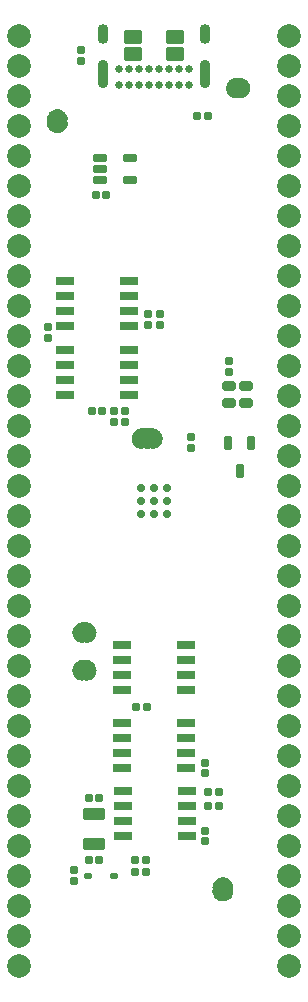
<source format=gbs>
G04*
G04 #@! TF.GenerationSoftware,Altium Limited,Altium Designer,25.4.2 (15)*
G04*
G04 Layer_Color=16711935*
%FSLAX44Y44*%
%MOMM*%
G71*
G04*
G04 #@! TF.SameCoordinates,8C631885-24FB-4105-B1F4-A81627B1BDD2*
G04*
G04*
G04 #@! TF.FilePolarity,Negative*
G04*
G01*
G75*
G04:AMPARAMS|DCode=33|XSize=0.87mm|YSize=1.14mm|CornerRadius=0.165mm|HoleSize=0mm|Usage=FLASHONLY|Rotation=90.000|XOffset=0mm|YOffset=0mm|HoleType=Round|Shape=RoundedRectangle|*
%AMROUNDEDRECTD33*
21,1,0.8700,0.8100,0,0,90.0*
21,1,0.5400,1.1400,0,0,90.0*
1,1,0.3300,0.4050,0.2700*
1,1,0.3300,0.4050,-0.2700*
1,1,0.3300,-0.4050,-0.2700*
1,1,0.3300,-0.4050,0.2700*
%
%ADD33ROUNDEDRECTD33*%
G04:AMPARAMS|DCode=40|XSize=0.7mm|YSize=0.75mm|CornerRadius=0.1438mm|HoleSize=0mm|Usage=FLASHONLY|Rotation=270.000|XOffset=0mm|YOffset=0mm|HoleType=Round|Shape=RoundedRectangle|*
%AMROUNDEDRECTD40*
21,1,0.7000,0.4625,0,0,270.0*
21,1,0.4125,0.7500,0,0,270.0*
1,1,0.2875,-0.2313,-0.2063*
1,1,0.2875,-0.2313,0.2063*
1,1,0.2875,0.2313,0.2063*
1,1,0.2875,0.2313,-0.2063*
%
%ADD40ROUNDEDRECTD40*%
G04:AMPARAMS|DCode=41|XSize=0.7mm|YSize=0.75mm|CornerRadius=0.1438mm|HoleSize=0mm|Usage=FLASHONLY|Rotation=0.000|XOffset=0mm|YOffset=0mm|HoleType=Round|Shape=RoundedRectangle|*
%AMROUNDEDRECTD41*
21,1,0.7000,0.4625,0,0,0.0*
21,1,0.4125,0.7500,0,0,0.0*
1,1,0.2875,0.2063,-0.2313*
1,1,0.2875,-0.2063,-0.2313*
1,1,0.2875,-0.2063,0.2313*
1,1,0.2875,0.2063,0.2313*
%
%ADD41ROUNDEDRECTD41*%
G04:AMPARAMS|DCode=44|XSize=1.2mm|YSize=0.7mm|CornerRadius=0.1438mm|HoleSize=0mm|Usage=FLASHONLY|Rotation=0.000|XOffset=0mm|YOffset=0mm|HoleType=Round|Shape=RoundedRectangle|*
%AMROUNDEDRECTD44*
21,1,1.2000,0.4125,0,0,0.0*
21,1,0.9125,0.7000,0,0,0.0*
1,1,0.2875,0.4563,-0.2063*
1,1,0.2875,-0.4563,-0.2063*
1,1,0.2875,-0.4563,0.2063*
1,1,0.2875,0.4563,0.2063*
%
%ADD44ROUNDEDRECTD44*%
G04:AMPARAMS|DCode=54|XSize=0.9mm|YSize=1.7mm|CornerRadius=0.45mm|HoleSize=0mm|Usage=FLASHONLY|Rotation=180.000|XOffset=0mm|YOffset=0mm|HoleType=Round|Shape=RoundedRectangle|*
%AMROUNDEDRECTD54*
21,1,0.9000,0.8000,0,0,180.0*
21,1,0.0000,1.7000,0,0,180.0*
1,1,0.9000,0.0000,0.4000*
1,1,0.9000,0.0000,0.4000*
1,1,0.9000,0.0000,-0.4000*
1,1,0.9000,0.0000,-0.4000*
%
%ADD54ROUNDEDRECTD54*%
G04:AMPARAMS|DCode=55|XSize=0.9mm|YSize=2.4mm|CornerRadius=0.45mm|HoleSize=0mm|Usage=FLASHONLY|Rotation=180.000|XOffset=0mm|YOffset=0mm|HoleType=Round|Shape=RoundedRectangle|*
%AMROUNDEDRECTD55*
21,1,0.9000,1.5000,0,0,180.0*
21,1,0.0000,2.4000,0,0,180.0*
1,1,0.9000,0.0000,0.7500*
1,1,0.9000,0.0000,0.7500*
1,1,0.9000,0.0000,-0.7500*
1,1,0.9000,0.0000,-0.7500*
%
%ADD55ROUNDEDRECTD55*%
%ADD56C,0.6500*%
%ADD57C,0.7032*%
%ADD79R,0.2540X1.7272*%
%ADD80R,1.7272X0.2540*%
%ADD81R,0.8538X1.7272*%
G04:AMPARAMS|DCode=82|XSize=0.69mm|YSize=0.55mm|CornerRadius=0.15mm|HoleSize=0mm|Usage=FLASHONLY|Rotation=180.000|XOffset=0mm|YOffset=0mm|HoleType=Round|Shape=RoundedRectangle|*
%AMROUNDEDRECTD82*
21,1,0.6900,0.2500,0,0,180.0*
21,1,0.3900,0.5500,0,0,180.0*
1,1,0.3000,-0.1950,0.1250*
1,1,0.3000,0.1950,0.1250*
1,1,0.3000,0.1950,-0.1250*
1,1,0.3000,-0.1950,-0.1250*
%
%ADD82ROUNDEDRECTD82*%
G04:AMPARAMS|DCode=83|XSize=1.9mm|YSize=1.1mm|CornerRadius=0.175mm|HoleSize=0mm|Usage=FLASHONLY|Rotation=0.000|XOffset=0mm|YOffset=0mm|HoleType=Round|Shape=RoundedRectangle|*
%AMROUNDEDRECTD83*
21,1,1.9000,0.7500,0,0,0.0*
21,1,1.5500,1.1000,0,0,0.0*
1,1,0.3500,0.7750,-0.3750*
1,1,0.3500,-0.7750,-0.3750*
1,1,0.3500,-0.7750,0.3750*
1,1,0.3500,0.7750,0.3750*
%
%ADD83ROUNDEDRECTD83*%
G04:AMPARAMS|DCode=84|XSize=1.15mm|YSize=0.75mm|CornerRadius=0.15mm|HoleSize=0mm|Usage=FLASHONLY|Rotation=270.000|XOffset=0mm|YOffset=0mm|HoleType=Round|Shape=RoundedRectangle|*
%AMROUNDEDRECTD84*
21,1,1.1500,0.4500,0,0,270.0*
21,1,0.8500,0.7500,0,0,270.0*
1,1,0.3000,-0.2250,-0.4250*
1,1,0.3000,-0.2250,0.4250*
1,1,0.3000,0.2250,0.4250*
1,1,0.3000,0.2250,-0.4250*
%
%ADD84ROUNDEDRECTD84*%
G04:AMPARAMS|DCode=85|XSize=0.75mm|YSize=1.6mm|CornerRadius=0.15mm|HoleSize=0mm|Usage=FLASHONLY|Rotation=270.000|XOffset=0mm|YOffset=0mm|HoleType=Round|Shape=RoundedRectangle|*
%AMROUNDEDRECTD85*
21,1,0.7500,1.3000,0,0,270.0*
21,1,0.4500,1.6000,0,0,270.0*
1,1,0.3000,-0.6500,-0.2250*
1,1,0.3000,-0.6500,0.2250*
1,1,0.3000,0.6500,0.2250*
1,1,0.3000,0.6500,-0.2250*
%
%ADD85ROUNDEDRECTD85*%
G04:AMPARAMS|DCode=86|XSize=1.15mm|YSize=1.5mm|CornerRadius=0.1mm|HoleSize=0mm|Usage=FLASHONLY|Rotation=90.000|XOffset=0mm|YOffset=0mm|HoleType=Round|Shape=RoundedRectangle|*
%AMROUNDEDRECTD86*
21,1,1.1500,1.3000,0,0,90.0*
21,1,0.9500,1.5000,0,0,90.0*
1,1,0.2000,0.6500,0.4750*
1,1,0.2000,0.6500,-0.4750*
1,1,0.2000,-0.6500,-0.4750*
1,1,0.2000,-0.6500,0.4750*
%
%ADD86ROUNDEDRECTD86*%
%ADD87C,2.0000*%
G36*
X-57049Y-102193D02*
X-57016Y-102194D01*
X-55937Y-102336D01*
X-55904Y-102344D01*
X-55871Y-102349D01*
X-54820Y-102631D01*
X-54789Y-102642D01*
X-54757Y-102652D01*
X-53752Y-103068D01*
X-53723Y-103084D01*
X-53692Y-103098D01*
X-52750Y-103642D01*
X-52722Y-103661D01*
X-52694Y-103679D01*
X-51831Y-104341D01*
X-51807Y-104364D01*
X-51781Y-104385D01*
X-51012Y-105155D01*
X-50990Y-105181D01*
X-50967Y-105205D01*
X-50305Y-106068D01*
X-50288Y-106096D01*
X-50268Y-106124D01*
X-49724Y-107066D01*
X-49710Y-107097D01*
X-49694Y-107126D01*
X-49278Y-108131D01*
X-49268Y-108163D01*
X-49257Y-108194D01*
X-48975Y-109245D01*
X-48970Y-109278D01*
X-48962Y-109311D01*
X-48820Y-110389D01*
X-48819Y-110423D01*
X-48816Y-110456D01*
Y-111000D01*
Y-111544D01*
X-48819Y-111577D01*
X-48820Y-111611D01*
X-48962Y-112689D01*
X-48970Y-112722D01*
X-48975Y-112755D01*
X-49257Y-113806D01*
X-49268Y-113837D01*
X-49278Y-113869D01*
X-49694Y-114874D01*
X-49710Y-114904D01*
X-49724Y-114934D01*
X-50268Y-115876D01*
X-50288Y-115904D01*
X-50305Y-115932D01*
X-50967Y-116795D01*
X-50990Y-116819D01*
X-51012Y-116845D01*
X-51781Y-117615D01*
X-51807Y-117636D01*
X-51831Y-117659D01*
X-52694Y-118321D01*
X-52723Y-118339D01*
X-52750Y-118358D01*
X-53692Y-118902D01*
X-53723Y-118916D01*
X-53752Y-118932D01*
X-54757Y-119348D01*
X-54789Y-119358D01*
X-54820Y-119369D01*
X-55871Y-119651D01*
X-55904Y-119656D01*
X-55937Y-119664D01*
X-57016Y-119806D01*
X-57049Y-119807D01*
X-57082Y-119810D01*
X-57748D01*
X-57847Y-119801D01*
X-57943Y-119772D01*
X-58168Y-119678D01*
X-58256Y-119631D01*
X-58291Y-119603D01*
X-58334Y-119568D01*
X-58506Y-119396D01*
X-58541Y-119353D01*
X-58569Y-119318D01*
X-58616Y-119230D01*
X-58710Y-119005D01*
X-58739Y-118909D01*
X-58748Y-118810D01*
Y-118688D01*
Y-103312D01*
Y-103190D01*
X-58739Y-103091D01*
X-58710Y-102995D01*
X-58616Y-102770D01*
X-58569Y-102682D01*
X-58541Y-102647D01*
X-58506Y-102604D01*
X-58334Y-102432D01*
X-58291Y-102397D01*
X-58256Y-102369D01*
X-58168Y-102322D01*
X-57943Y-102228D01*
X-57847Y-102199D01*
X-57748Y-102190D01*
X-57082D01*
X-57049Y-102193D01*
D02*
G37*
G36*
X-60153Y-102199D02*
X-60057Y-102228D01*
X-59832Y-102322D01*
X-59744Y-102369D01*
X-59709Y-102397D01*
X-59666Y-102432D01*
X-59494Y-102604D01*
X-59459Y-102647D01*
X-59431Y-102682D01*
X-59384Y-102770D01*
X-59290Y-102995D01*
X-59261Y-103091D01*
X-59251Y-103190D01*
Y-103312D01*
Y-118688D01*
Y-118810D01*
X-59261Y-118909D01*
X-59290Y-119005D01*
X-59384Y-119230D01*
X-59431Y-119318D01*
X-59459Y-119353D01*
X-59494Y-119396D01*
X-59666Y-119568D01*
X-59709Y-119603D01*
X-59744Y-119631D01*
X-59832Y-119678D01*
X-60057Y-119772D01*
X-60153Y-119801D01*
X-60252Y-119810D01*
X-60918D01*
X-60951Y-119807D01*
X-60985Y-119806D01*
X-62063Y-119664D01*
X-62096Y-119656D01*
X-62129Y-119651D01*
X-63180Y-119369D01*
X-63211Y-119358D01*
X-63243Y-119348D01*
X-64248Y-118932D01*
X-64277Y-118916D01*
X-64308Y-118902D01*
X-65250Y-118358D01*
X-65277Y-118339D01*
X-65306Y-118321D01*
X-66169Y-117659D01*
X-66193Y-117636D01*
X-66219Y-117615D01*
X-66989Y-116845D01*
X-67010Y-116819D01*
X-67032Y-116795D01*
X-67695Y-115932D01*
X-67712Y-115904D01*
X-67732Y-115876D01*
X-68276Y-114934D01*
X-68290Y-114904D01*
X-68306Y-114874D01*
X-68722Y-113869D01*
X-68732Y-113837D01*
X-68743Y-113806D01*
X-69025Y-112755D01*
X-69030Y-112722D01*
X-69038Y-112689D01*
X-69180Y-111611D01*
X-69181Y-111577D01*
X-69184Y-111544D01*
Y-111000D01*
Y-110456D01*
X-69181Y-110423D01*
X-69180Y-110389D01*
X-69038Y-109311D01*
X-69030Y-109278D01*
X-69025Y-109245D01*
X-68743Y-108194D01*
X-68732Y-108163D01*
X-68722Y-108131D01*
X-68306Y-107126D01*
X-68290Y-107097D01*
X-68276Y-107066D01*
X-67732Y-106124D01*
X-67712Y-106096D01*
X-67695Y-106068D01*
X-67032Y-105205D01*
X-67010Y-105181D01*
X-66989Y-105155D01*
X-66219Y-104385D01*
X-66193Y-104364D01*
X-66169Y-104341D01*
X-65306Y-103679D01*
X-65278Y-103661D01*
X-65250Y-103642D01*
X-64308Y-103098D01*
X-64278Y-103084D01*
X-64248Y-103068D01*
X-63243Y-102652D01*
X-63211Y-102642D01*
X-63180Y-102631D01*
X-62129Y-102349D01*
X-62096Y-102344D01*
X-62063Y-102336D01*
X-60985Y-102194D01*
X-60951Y-102193D01*
X-60918Y-102190D01*
X-60252D01*
X-60153Y-102199D01*
D02*
G37*
G36*
X-57049Y-134193D02*
X-57015Y-134194D01*
X-55937Y-134336D01*
X-55904Y-134344D01*
X-55871Y-134349D01*
X-54820Y-134630D01*
X-54789Y-134642D01*
X-54757Y-134652D01*
X-53752Y-135068D01*
X-53723Y-135084D01*
X-53692Y-135098D01*
X-52750Y-135642D01*
X-52723Y-135661D01*
X-52694Y-135679D01*
X-51831Y-136341D01*
X-51807Y-136364D01*
X-51781Y-136385D01*
X-51012Y-137155D01*
X-50990Y-137181D01*
X-50967Y-137205D01*
X-50305Y-138068D01*
X-50288Y-138096D01*
X-50268Y-138124D01*
X-49724Y-139066D01*
X-49710Y-139096D01*
X-49694Y-139126D01*
X-49278Y-140131D01*
X-49268Y-140163D01*
X-49257Y-140194D01*
X-48975Y-141245D01*
X-48970Y-141278D01*
X-48962Y-141311D01*
X-48820Y-142389D01*
X-48819Y-142423D01*
X-48816Y-142456D01*
Y-143000D01*
Y-143544D01*
X-48819Y-143577D01*
X-48820Y-143611D01*
X-48962Y-144689D01*
X-48970Y-144722D01*
X-48975Y-144755D01*
X-49257Y-145806D01*
X-49268Y-145837D01*
X-49278Y-145869D01*
X-49694Y-146874D01*
X-49710Y-146903D01*
X-49724Y-146934D01*
X-50268Y-147876D01*
X-50287Y-147903D01*
X-50305Y-147932D01*
X-50967Y-148795D01*
X-50990Y-148819D01*
X-51012Y-148845D01*
X-51781Y-149615D01*
X-51807Y-149636D01*
X-51831Y-149659D01*
X-52694Y-150321D01*
X-52722Y-150338D01*
X-52750Y-150358D01*
X-53692Y-150902D01*
X-53723Y-150916D01*
X-53752Y-150932D01*
X-54757Y-151348D01*
X-54789Y-151358D01*
X-54820Y-151369D01*
X-55871Y-151651D01*
X-55904Y-151657D01*
X-55937Y-151664D01*
X-57016Y-151806D01*
X-57049Y-151807D01*
X-57082Y-151811D01*
X-57748D01*
X-57847Y-151801D01*
X-57943Y-151772D01*
X-58168Y-151678D01*
X-58256Y-151631D01*
X-58291Y-151603D01*
X-58334Y-151568D01*
X-58506Y-151396D01*
X-58541Y-151353D01*
X-58569Y-151318D01*
X-58616Y-151230D01*
X-58710Y-151005D01*
X-58739Y-150909D01*
X-58748Y-150810D01*
Y-150688D01*
Y-135312D01*
Y-135190D01*
X-58739Y-135091D01*
X-58710Y-134995D01*
X-58616Y-134770D01*
X-58569Y-134682D01*
X-58541Y-134647D01*
X-58506Y-134604D01*
X-58334Y-134432D01*
X-58291Y-134397D01*
X-58256Y-134369D01*
X-58168Y-134321D01*
X-57943Y-134228D01*
X-57847Y-134199D01*
X-57748Y-134190D01*
X-57082D01*
X-57049Y-134193D01*
D02*
G37*
G36*
X-60153Y-134199D02*
X-60057Y-134228D01*
X-59832Y-134321D01*
X-59744Y-134369D01*
X-59709Y-134397D01*
X-59666Y-134432D01*
X-59494Y-134604D01*
X-59459Y-134647D01*
X-59431Y-134682D01*
X-59384Y-134770D01*
X-59290Y-134995D01*
X-59261Y-135091D01*
X-59251Y-135190D01*
Y-135312D01*
Y-150688D01*
Y-150810D01*
X-59261Y-150909D01*
X-59290Y-151005D01*
X-59384Y-151230D01*
X-59431Y-151318D01*
X-59459Y-151353D01*
X-59494Y-151396D01*
X-59666Y-151568D01*
X-59709Y-151603D01*
X-59744Y-151631D01*
X-59832Y-151678D01*
X-60057Y-151772D01*
X-60153Y-151801D01*
X-60252Y-151811D01*
X-60918D01*
X-60951Y-151807D01*
X-60985Y-151806D01*
X-62063Y-151664D01*
X-62096Y-151657D01*
X-62129Y-151651D01*
X-63180Y-151369D01*
X-63211Y-151358D01*
X-63243Y-151348D01*
X-64248Y-150932D01*
X-64278Y-150916D01*
X-64308Y-150902D01*
X-65250Y-150358D01*
X-65278Y-150338D01*
X-65306Y-150321D01*
X-66169Y-149659D01*
X-66193Y-149636D01*
X-66219Y-149615D01*
X-66989Y-148845D01*
X-67010Y-148819D01*
X-67033Y-148795D01*
X-67695Y-147932D01*
X-67712Y-147903D01*
X-67732Y-147876D01*
X-68276Y-146934D01*
X-68290Y-146903D01*
X-68306Y-146874D01*
X-68722Y-145869D01*
X-68732Y-145837D01*
X-68743Y-145806D01*
X-69025Y-144755D01*
X-69030Y-144722D01*
X-69038Y-144689D01*
X-69180Y-143611D01*
X-69181Y-143577D01*
X-69184Y-143544D01*
Y-143000D01*
Y-142456D01*
X-69181Y-142423D01*
X-69180Y-142389D01*
X-69038Y-141311D01*
X-69030Y-141278D01*
X-69025Y-141245D01*
X-68743Y-140194D01*
X-68732Y-140163D01*
X-68722Y-140131D01*
X-68306Y-139126D01*
X-68290Y-139096D01*
X-68276Y-139066D01*
X-67732Y-138124D01*
X-67712Y-138096D01*
X-67695Y-138068D01*
X-67033Y-137205D01*
X-67010Y-137181D01*
X-66989Y-137155D01*
X-66219Y-136385D01*
X-66193Y-136364D01*
X-66169Y-136341D01*
X-65306Y-135679D01*
X-65277Y-135661D01*
X-65250Y-135642D01*
X-64308Y-135098D01*
X-64277Y-135084D01*
X-64248Y-135068D01*
X-63243Y-134652D01*
X-63211Y-134642D01*
X-63180Y-134630D01*
X-62129Y-134349D01*
X-62096Y-134344D01*
X-62063Y-134336D01*
X-60985Y-134194D01*
X-60951Y-134193D01*
X-60918Y-134190D01*
X-60252D01*
X-60153Y-134199D01*
D02*
G37*
G36*
X58743Y-318241D02*
X58777Y-318242D01*
X59855Y-318384D01*
X59888Y-318392D01*
X59921Y-318397D01*
X60972Y-318679D01*
X61003Y-318690D01*
X61035Y-318700D01*
X62040Y-319116D01*
X62069Y-319132D01*
X62100Y-319146D01*
X63042Y-319690D01*
X63070Y-319709D01*
X63098Y-319727D01*
X63961Y-320390D01*
X63985Y-320412D01*
X64011Y-320434D01*
X64781Y-321203D01*
X64802Y-321229D01*
X64825Y-321253D01*
X65487Y-322116D01*
X65504Y-322144D01*
X65524Y-322172D01*
X66068Y-323114D01*
X66082Y-323144D01*
X66098Y-323174D01*
X66514Y-324179D01*
X66524Y-324211D01*
X66535Y-324242D01*
X66817Y-325293D01*
X66822Y-325326D01*
X66830Y-325359D01*
X66972Y-326437D01*
X66973Y-326471D01*
X66976Y-326504D01*
Y-327048D01*
Y-327170D01*
X66967Y-327269D01*
X66938Y-327365D01*
X66844Y-327590D01*
X66797Y-327678D01*
X66769Y-327713D01*
X66734Y-327756D01*
X66562Y-327928D01*
X66519Y-327963D01*
X66484Y-327991D01*
X66396Y-328038D01*
X66171Y-328132D01*
X66075Y-328161D01*
X65976Y-328171D01*
X50356D01*
X50257Y-328161D01*
X50161Y-328132D01*
X49936Y-328038D01*
X49848Y-327991D01*
X49813Y-327963D01*
X49770Y-327928D01*
X49598Y-327756D01*
X49563Y-327713D01*
X49535Y-327678D01*
X49488Y-327590D01*
X49394Y-327365D01*
X49365Y-327269D01*
X49356Y-327170D01*
Y-327048D01*
Y-326504D01*
X49359Y-326471D01*
X49360Y-326437D01*
X49502Y-325359D01*
X49510Y-325326D01*
X49515Y-325293D01*
X49797Y-324242D01*
X49808Y-324211D01*
X49818Y-324179D01*
X50234Y-323174D01*
X50250Y-323145D01*
X50264Y-323114D01*
X50808Y-322172D01*
X50827Y-322145D01*
X50845Y-322116D01*
X51507Y-321253D01*
X51530Y-321229D01*
X51551Y-321203D01*
X52321Y-320434D01*
X52347Y-320412D01*
X52371Y-320390D01*
X53234Y-319727D01*
X53262Y-319710D01*
X53290Y-319690D01*
X54232Y-319146D01*
X54262Y-319132D01*
X54292Y-319116D01*
X55297Y-318700D01*
X55329Y-318690D01*
X55360Y-318679D01*
X56411Y-318397D01*
X56444Y-318392D01*
X56477Y-318384D01*
X57555Y-318242D01*
X57589Y-318241D01*
X57622Y-318238D01*
X58710D01*
X58743Y-318241D01*
D02*
G37*
G36*
X66075Y-328683D02*
X66171Y-328712D01*
X66396Y-328806D01*
X66484Y-328853D01*
X66519Y-328881D01*
X66562Y-328916D01*
X66734Y-329088D01*
X66769Y-329131D01*
X66797Y-329166D01*
X66845Y-329254D01*
X66938Y-329479D01*
X66967Y-329575D01*
X66976Y-329674D01*
Y-329796D01*
Y-330340D01*
X66973Y-330373D01*
X66972Y-330406D01*
X66830Y-331485D01*
X66823Y-331518D01*
X66817Y-331551D01*
X66536Y-332602D01*
X66524Y-332633D01*
X66514Y-332665D01*
X66098Y-333670D01*
X66082Y-333699D01*
X66068Y-333730D01*
X65524Y-334672D01*
X65504Y-334700D01*
X65487Y-334728D01*
X64825Y-335591D01*
X64802Y-335615D01*
X64781Y-335641D01*
X64011Y-336410D01*
X63985Y-336432D01*
X63961Y-336455D01*
X63098Y-337117D01*
X63070Y-337135D01*
X63042Y-337154D01*
X62100Y-337698D01*
X62070Y-337712D01*
X62040Y-337728D01*
X61035Y-338144D01*
X61003Y-338154D01*
X60972Y-338165D01*
X59921Y-338447D01*
X59888Y-338452D01*
X59855Y-338460D01*
X58777Y-338602D01*
X58743Y-338603D01*
X58710Y-338606D01*
X57622D01*
X57589Y-338603D01*
X57555Y-338602D01*
X56477Y-338460D01*
X56444Y-338452D01*
X56411Y-338447D01*
X55360Y-338165D01*
X55329Y-338154D01*
X55297Y-338144D01*
X54292Y-337728D01*
X54262Y-337712D01*
X54232Y-337698D01*
X53290Y-337154D01*
X53262Y-337134D01*
X53234Y-337117D01*
X52371Y-336455D01*
X52347Y-336432D01*
X52321Y-336410D01*
X51551Y-335641D01*
X51530Y-335615D01*
X51507Y-335591D01*
X50845Y-334728D01*
X50827Y-334699D01*
X50808Y-334672D01*
X50264Y-333730D01*
X50250Y-333699D01*
X50234Y-333670D01*
X49818Y-332665D01*
X49808Y-332633D01*
X49797Y-332602D01*
X49515Y-331551D01*
X49510Y-331518D01*
X49502Y-331485D01*
X49360Y-330407D01*
X49359Y-330373D01*
X49356Y-330340D01*
Y-329796D01*
Y-329674D01*
X49365Y-329575D01*
X49394Y-329479D01*
X49488Y-329254D01*
X49535Y-329166D01*
X49563Y-329131D01*
X49598Y-329088D01*
X49770Y-328916D01*
X49813Y-328881D01*
X49848Y-328853D01*
X49936Y-328806D01*
X50161Y-328712D01*
X50257Y-328683D01*
X50356Y-328674D01*
X65976D01*
X66075Y-328683D01*
D02*
G37*
G36*
X-74091Y321739D02*
X-73995Y321710D01*
X-73770Y321617D01*
X-73682Y321569D01*
X-73647Y321541D01*
X-73604Y321506D01*
X-73432Y321334D01*
X-73397Y321291D01*
X-73369Y321256D01*
X-73322Y321168D01*
X-73228Y320943D01*
X-73199Y320847D01*
X-73190Y320748D01*
Y320626D01*
Y320082D01*
X-73193Y320049D01*
X-73194Y320015D01*
X-73336Y318937D01*
X-73344Y318904D01*
X-73349Y318871D01*
X-73631Y317820D01*
X-73642Y317789D01*
X-73652Y317757D01*
X-74068Y316752D01*
X-74084Y316723D01*
X-74098Y316692D01*
X-74642Y315750D01*
X-74661Y315723D01*
X-74679Y315694D01*
X-75341Y314831D01*
X-75364Y314807D01*
X-75385Y314781D01*
X-76155Y314011D01*
X-76181Y313990D01*
X-76205Y313967D01*
X-77068Y313305D01*
X-77096Y313288D01*
X-77124Y313268D01*
X-78066Y312724D01*
X-78096Y312710D01*
X-78126Y312694D01*
X-79131Y312278D01*
X-79163Y312268D01*
X-79194Y312257D01*
X-80245Y311975D01*
X-80278Y311970D01*
X-80311Y311962D01*
X-81389Y311820D01*
X-81423Y311819D01*
X-81456Y311816D01*
X-82544D01*
X-82577Y311819D01*
X-82611Y311820D01*
X-83689Y311962D01*
X-83722Y311970D01*
X-83755Y311975D01*
X-84806Y312257D01*
X-84837Y312268D01*
X-84869Y312278D01*
X-85874Y312694D01*
X-85904Y312710D01*
X-85934Y312724D01*
X-86876Y313268D01*
X-86904Y313288D01*
X-86932Y313305D01*
X-87795Y313967D01*
X-87819Y313990D01*
X-87845Y314011D01*
X-88615Y314781D01*
X-88636Y314807D01*
X-88659Y314831D01*
X-89321Y315694D01*
X-89339Y315722D01*
X-89358Y315750D01*
X-89902Y316692D01*
X-89916Y316723D01*
X-89932Y316752D01*
X-90348Y317757D01*
X-90358Y317789D01*
X-90370Y317820D01*
X-90651Y318871D01*
X-90656Y318904D01*
X-90664Y318937D01*
X-90806Y320015D01*
X-90807Y320049D01*
X-90810Y320082D01*
Y320626D01*
Y320748D01*
X-90801Y320847D01*
X-90772Y320943D01*
X-90679Y321168D01*
X-90631Y321256D01*
X-90603Y321291D01*
X-90568Y321334D01*
X-90396Y321506D01*
X-90353Y321541D01*
X-90318Y321569D01*
X-90230Y321617D01*
X-90005Y321710D01*
X-89909Y321739D01*
X-89810Y321749D01*
X-74190D01*
X-74091Y321739D01*
D02*
G37*
G36*
X-4069Y62097D02*
X-3973Y62068D01*
X-3809Y62001D01*
X-3721Y61953D01*
X-3661Y61904D01*
X-3644Y61890D01*
X-3519Y61765D01*
X-3477Y61715D01*
X-3455Y61687D01*
X-3408Y61599D01*
X-3340Y61436D01*
X-3311Y61340D01*
X-3301Y61240D01*
D01*
Y61240D01*
Y61152D01*
Y45658D01*
Y45544D01*
Y45544D01*
D01*
X-3311Y45444D01*
X-3340Y45349D01*
X-3427Y45139D01*
X-3452Y45092D01*
X-3474Y45051D01*
X-3538Y44973D01*
X-3698Y44813D01*
X-3748Y44772D01*
X-3776Y44749D01*
X-3864Y44702D01*
X-4074Y44615D01*
X-4169Y44586D01*
X-4269Y44576D01*
D01*
X-4269D01*
X-7645D01*
X-7645D01*
X-7645D01*
X-7744Y44586D01*
X-7802Y44604D01*
X-7840Y44615D01*
X-7840Y44615D01*
D01*
X-8062Y44707D01*
X-8062D01*
X-8062Y44707D01*
X-8062D01*
X-8069Y44711D01*
X-8151Y44755D01*
X-8228Y44818D01*
X-8398Y44988D01*
X-8439Y45038D01*
X-8462Y45066D01*
X-8509Y45154D01*
X-8601Y45377D01*
X-8630Y45472D01*
X-8640Y45572D01*
D01*
Y45572D01*
Y45692D01*
Y61152D01*
Y61240D01*
Y61240D01*
D01*
X-8630Y61340D01*
X-8601Y61436D01*
X-8533Y61599D01*
X-8486Y61687D01*
X-8437Y61748D01*
X-8423Y61765D01*
X-8298Y61890D01*
X-8248Y61931D01*
X-8220Y61953D01*
X-8132Y62001D01*
X-7969Y62068D01*
X-7873Y62097D01*
X-7773Y62107D01*
D01*
X-7773D01*
X-4168D01*
X-4168D01*
D01*
X-4069Y62097D01*
D02*
G37*
G36*
X-1132Y62088D02*
X-1098Y62085D01*
X-1065Y62084D01*
X14Y61942D01*
X46Y61934D01*
X79Y61929D01*
X1130Y61647D01*
X1161Y61635D01*
X1193Y61626D01*
X2199Y61209D01*
X2228Y61194D01*
X2258Y61180D01*
X3201Y60636D01*
X3228Y60616D01*
X3256Y60599D01*
X4119Y59936D01*
X4144Y59913D01*
X4169Y59892D01*
X4939Y59123D01*
X4960Y59097D01*
X4983Y59073D01*
X5645Y58210D01*
X5663Y58181D01*
X5682Y58154D01*
X6226Y57212D01*
X6240Y57181D01*
X6256Y57152D01*
X6672Y56147D01*
X6682Y56115D01*
X6694Y56083D01*
X6975Y55033D01*
X6981Y55000D01*
X6988Y54967D01*
X7130Y53888D01*
X7131Y53855D01*
X7135Y53822D01*
Y53278D01*
Y52734D01*
X7131Y52700D01*
X7130Y52667D01*
X6988Y51588D01*
X6981Y51556D01*
X6975Y51523D01*
X6694Y50472D01*
X6682Y50441D01*
X6672Y50409D01*
X6256Y49404D01*
X6240Y49374D01*
X6226Y49344D01*
X5682Y48401D01*
X5663Y48374D01*
X5645Y48346D01*
X4983Y47483D01*
X4960Y47458D01*
X4939Y47432D01*
X4169Y46663D01*
X4144Y46642D01*
X4119Y46619D01*
X3256Y45957D01*
X3228Y45939D01*
X3201Y45920D01*
X2258Y45376D01*
X2228Y45362D01*
X2199Y45346D01*
X1193Y44930D01*
X1161Y44920D01*
X1130Y44908D01*
X79Y44627D01*
X46Y44621D01*
X14Y44614D01*
X-1065Y44472D01*
X-1098Y44471D01*
X-1132Y44467D01*
X-1676D01*
X-1676D01*
X-1676D01*
X-1798Y44467D01*
X-1837Y44471D01*
X-1897Y44477D01*
X-1897Y44477D01*
X-1897D01*
X-1918Y44483D01*
X-1993Y44506D01*
X-2218Y44599D01*
X-2306Y44646D01*
X-2341Y44675D01*
X-2383Y44710D01*
X-2555Y44882D01*
X-2590Y44925D01*
X-2619Y44959D01*
X-2666Y45048D01*
X-2759Y45273D01*
X-2788Y45368D01*
X-2798Y45468D01*
Y45590D01*
Y60966D01*
Y61087D01*
X-2788Y61187D01*
X-2759Y61283D01*
X-2666Y61508D01*
X-2619Y61596D01*
X-2590Y61631D01*
X-2555Y61673D01*
X-2383Y61845D01*
X-2341Y61880D01*
X-2306Y61909D01*
X-2218Y61956D01*
X-1993Y62049D01*
X-1897Y62078D01*
X-1797Y62088D01*
X-1676D01*
D01*
X-1676D01*
X-1132Y62088D01*
D02*
G37*
G36*
X-10324Y61962D02*
X-10202D01*
X-10103Y61952D01*
X-10007Y61923D01*
X-9782Y61830D01*
X-9694Y61783D01*
X-9659Y61754D01*
X-9617Y61719D01*
X-9445Y61547D01*
X-9410Y61505D01*
X-9381Y61470D01*
X-9334Y61382D01*
X-9241Y61157D01*
X-9212Y61061D01*
X-9202Y60961D01*
Y60840D01*
Y45464D01*
Y45342D01*
X-9212Y45242D01*
X-9241Y45147D01*
X-9334Y44922D01*
X-9381Y44833D01*
X-9410Y44799D01*
X-9445Y44756D01*
X-9617Y44584D01*
X-9659Y44549D01*
X-9694Y44521D01*
X-9782Y44473D01*
X-10007Y44380D01*
X-10007D01*
X-10007Y44380D01*
X-10083Y44357D01*
X-10103Y44351D01*
X-10103D01*
X-10103Y44351D01*
X-10163Y44345D01*
X-10202Y44341D01*
X-10203D01*
X-10203D01*
X-10324Y44341D01*
X-10868D01*
X-10901Y44345D01*
X-10935Y44346D01*
X-12014Y44488D01*
X-12046Y44495D01*
X-12079Y44501D01*
X-13130Y44782D01*
X-13161Y44794D01*
X-13193Y44804D01*
X-14198Y45220D01*
X-14228Y45236D01*
X-14258Y45250D01*
X-15201Y45794D01*
X-15228Y45813D01*
X-15256Y45831D01*
X-16119Y46493D01*
X-16144Y46516D01*
X-16170Y46537D01*
X-16939Y47306D01*
X-16960Y47332D01*
X-16983Y47357D01*
X-17645Y48220D01*
X-17663Y48248D01*
X-17682Y48275D01*
X-18226Y49218D01*
X-18240Y49248D01*
X-18256Y49278D01*
X-18672Y50283D01*
X-18682Y50315D01*
X-18694Y50346D01*
X-18975Y51397D01*
X-18981Y51430D01*
X-18988Y51462D01*
X-19130Y52541D01*
X-19131Y52575D01*
X-19135Y52608D01*
Y53152D01*
Y53696D01*
X-19131Y53729D01*
X-19130Y53762D01*
X-18988Y54841D01*
X-18981Y54874D01*
X-18975Y54907D01*
X-18694Y55957D01*
X-18682Y55989D01*
X-18672Y56021D01*
X-18256Y57026D01*
X-18240Y57055D01*
X-18226Y57086D01*
X-17682Y58028D01*
X-17663Y58055D01*
X-17645Y58084D01*
X-16983Y58947D01*
X-16960Y58971D01*
X-16939Y58997D01*
X-16170Y59766D01*
X-16144Y59788D01*
X-16119Y59810D01*
X-15256Y60473D01*
X-15228Y60490D01*
X-15201Y60510D01*
X-14258Y61054D01*
X-14228Y61068D01*
X-14198Y61083D01*
X-13193Y61500D01*
X-13161Y61509D01*
X-13130Y61521D01*
X-12079Y61803D01*
X-12046Y61808D01*
X-12014Y61816D01*
X-10935Y61958D01*
X-10901Y61959D01*
X-10868Y61962D01*
X-10324Y61962D01*
D02*
G37*
G36*
X-81423Y332181D02*
X-81389Y332180D01*
X-80311Y332038D01*
X-80278Y332030D01*
X-80245Y332025D01*
X-79194Y331743D01*
X-79163Y331732D01*
X-79131Y331722D01*
X-78126Y331306D01*
X-78096Y331290D01*
X-78066Y331276D01*
X-77124Y330732D01*
X-77096Y330712D01*
X-77068Y330695D01*
X-76205Y330033D01*
X-76181Y330010D01*
X-76155Y329989D01*
X-75385Y329219D01*
X-75364Y329193D01*
X-75341Y329169D01*
X-74679Y328306D01*
X-74661Y328277D01*
X-74642Y328250D01*
X-74098Y327308D01*
X-74084Y327277D01*
X-74068Y327248D01*
X-73652Y326243D01*
X-73642Y326211D01*
X-73630Y326180D01*
X-73349Y325129D01*
X-73344Y325096D01*
X-73336Y325063D01*
X-73194Y323984D01*
X-73193Y323951D01*
X-73190Y323918D01*
Y323374D01*
Y323252D01*
X-73199Y323153D01*
X-73228Y323057D01*
X-73321Y322832D01*
X-73369Y322744D01*
X-73397Y322709D01*
X-73432Y322666D01*
X-73604Y322494D01*
X-73647Y322459D01*
X-73682Y322431D01*
X-73770Y322383D01*
X-73995Y322290D01*
X-74091Y322261D01*
X-74190Y322252D01*
X-89810D01*
X-89909Y322261D01*
X-90005Y322290D01*
X-90230Y322383D01*
X-90318Y322431D01*
X-90353Y322459D01*
X-90396Y322494D01*
X-90568Y322666D01*
X-90603Y322709D01*
X-90631Y322744D01*
X-90678Y322832D01*
X-90772Y323057D01*
X-90801Y323153D01*
X-90810Y323252D01*
Y323374D01*
Y323918D01*
X-90807Y323951D01*
X-90806Y323984D01*
X-90664Y325063D01*
X-90656Y325096D01*
X-90651Y325129D01*
X-90369Y326180D01*
X-90358Y326211D01*
X-90348Y326243D01*
X-89932Y327248D01*
X-89916Y327277D01*
X-89902Y327308D01*
X-89358Y328250D01*
X-89338Y328278D01*
X-89321Y328306D01*
X-88659Y329169D01*
X-88636Y329193D01*
X-88615Y329219D01*
X-87845Y329989D01*
X-87819Y330010D01*
X-87795Y330033D01*
X-86932Y330695D01*
X-86903Y330713D01*
X-86876Y330732D01*
X-85934Y331276D01*
X-85903Y331290D01*
X-85874Y331306D01*
X-84869Y331722D01*
X-84837Y331732D01*
X-84806Y331743D01*
X-83755Y332025D01*
X-83722Y332030D01*
X-83689Y332038D01*
X-82611Y332180D01*
X-82577Y332181D01*
X-82544Y332184D01*
X-81456D01*
X-81423Y332181D01*
D02*
G37*
G36*
X69847Y358801D02*
X69943Y358772D01*
X70168Y358679D01*
X70256Y358631D01*
X70291Y358603D01*
X70334Y358568D01*
X70506Y358396D01*
X70541Y358353D01*
X70569Y358318D01*
X70616Y358230D01*
X70710Y358005D01*
X70739Y357909D01*
X70749Y357810D01*
Y357688D01*
Y342312D01*
Y342190D01*
X70739Y342091D01*
X70710Y341995D01*
X70616Y341770D01*
X70569Y341682D01*
X70541Y341647D01*
X70506Y341604D01*
X70334Y341432D01*
X70291Y341397D01*
X70256Y341369D01*
X70168Y341322D01*
X69943Y341228D01*
X69847Y341199D01*
X69748Y341189D01*
X69082D01*
X69049Y341193D01*
X69015Y341194D01*
X67937Y341336D01*
X67904Y341343D01*
X67871Y341349D01*
X66820Y341631D01*
X66789Y341642D01*
X66757Y341652D01*
X65752Y342068D01*
X65722Y342084D01*
X65692Y342098D01*
X64750Y342642D01*
X64722Y342662D01*
X64694Y342679D01*
X63831Y343341D01*
X63807Y343364D01*
X63781Y343385D01*
X63011Y344155D01*
X62990Y344181D01*
X62968Y344205D01*
X62305Y345068D01*
X62288Y345097D01*
X62268Y345124D01*
X61724Y346066D01*
X61710Y346096D01*
X61694Y346126D01*
X61278Y347131D01*
X61268Y347163D01*
X61257Y347194D01*
X60975Y348245D01*
X60970Y348278D01*
X60962Y348311D01*
X60820Y349389D01*
X60819Y349423D01*
X60816Y349456D01*
Y350000D01*
Y350544D01*
X60819Y350577D01*
X60820Y350611D01*
X60962Y351689D01*
X60970Y351722D01*
X60975Y351755D01*
X61257Y352806D01*
X61268Y352837D01*
X61278Y352869D01*
X61694Y353874D01*
X61710Y353904D01*
X61724Y353934D01*
X62268Y354876D01*
X62288Y354904D01*
X62305Y354932D01*
X62968Y355795D01*
X62990Y355819D01*
X63011Y355845D01*
X63781Y356615D01*
X63807Y356636D01*
X63831Y356659D01*
X64694Y357321D01*
X64723Y357339D01*
X64750Y357358D01*
X65692Y357902D01*
X65723Y357916D01*
X65752Y357932D01*
X66757Y358348D01*
X66789Y358358D01*
X66820Y358369D01*
X67871Y358651D01*
X67904Y358657D01*
X67937Y358664D01*
X69015Y358806D01*
X69049Y358807D01*
X69082Y358811D01*
X69748D01*
X69847Y358801D01*
D02*
G37*
G36*
X72951Y358807D02*
X72985Y358806D01*
X74063Y358664D01*
X74096Y358657D01*
X74129Y358651D01*
X75180Y358369D01*
X75211Y358358D01*
X75243Y358348D01*
X76248Y357932D01*
X76277Y357916D01*
X76308Y357902D01*
X77250Y357358D01*
X77277Y357339D01*
X77306Y357321D01*
X78169Y356659D01*
X78193Y356636D01*
X78219Y356615D01*
X78988Y355845D01*
X79010Y355819D01*
X79033Y355795D01*
X79695Y354932D01*
X79712Y354904D01*
X79732Y354876D01*
X80276Y353934D01*
X80290Y353904D01*
X80306Y353874D01*
X80722Y352869D01*
X80732Y352837D01*
X80743Y352806D01*
X81025Y351755D01*
X81030Y351722D01*
X81038Y351689D01*
X81180Y350611D01*
X81181Y350577D01*
X81184Y350544D01*
Y350000D01*
Y349456D01*
X81181Y349423D01*
X81180Y349389D01*
X81038Y348311D01*
X81030Y348278D01*
X81025Y348245D01*
X80743Y347194D01*
X80732Y347163D01*
X80722Y347131D01*
X80306Y346126D01*
X80290Y346096D01*
X80276Y346066D01*
X79732Y345124D01*
X79713Y345097D01*
X79695Y345068D01*
X79033Y344205D01*
X79010Y344181D01*
X78988Y344155D01*
X78219Y343385D01*
X78193Y343364D01*
X78169Y343341D01*
X77306Y342679D01*
X77278Y342662D01*
X77250Y342642D01*
X76308Y342098D01*
X76277Y342084D01*
X76248Y342068D01*
X75243Y341652D01*
X75211Y341642D01*
X75180Y341631D01*
X74129Y341349D01*
X74096Y341343D01*
X74063Y341336D01*
X72985Y341194D01*
X72951Y341193D01*
X72918Y341189D01*
X72252D01*
X72153Y341199D01*
X72057Y341228D01*
X71832Y341322D01*
X71744Y341369D01*
X71709Y341397D01*
X71666Y341432D01*
X71494Y341604D01*
X71459Y341647D01*
X71431Y341682D01*
X71384Y341770D01*
X71290Y341995D01*
X71261Y342091D01*
X71252Y342190D01*
Y342312D01*
Y357688D01*
Y357810D01*
X71261Y357909D01*
X71290Y358005D01*
X71384Y358230D01*
X71431Y358318D01*
X71459Y358353D01*
X71494Y358396D01*
X71666Y358568D01*
X71709Y358603D01*
X71744Y358631D01*
X71832Y358679D01*
X72057Y358772D01*
X72153Y358801D01*
X72252Y358811D01*
X72918D01*
X72951Y358807D01*
D02*
G37*
D33*
X77978Y97324D02*
D03*
Y83524D02*
D03*
X63776Y83492D02*
D03*
Y97292D02*
D03*
D40*
X-68000Y-312500D02*
D03*
Y-321500D02*
D03*
X31000Y54500D02*
D03*
X31000Y45500D02*
D03*
X43180Y-278964D02*
D03*
Y-287964D02*
D03*
X42672Y-221306D02*
D03*
Y-230306D02*
D03*
X63776Y118514D02*
D03*
Y109514D02*
D03*
X-90000Y147500D02*
D03*
Y138500D02*
D03*
X4594Y158392D02*
D03*
X4594Y149392D02*
D03*
X-5566Y158392D02*
D03*
X-5566Y149392D02*
D03*
X-34268Y67350D02*
D03*
X-34268Y76350D02*
D03*
X-24362Y67350D02*
D03*
Y76350D02*
D03*
X-61954Y382166D02*
D03*
Y373166D02*
D03*
D41*
X-40500Y259000D02*
D03*
X-49500Y259000D02*
D03*
X-6930Y-313690D02*
D03*
X-15930Y-313690D02*
D03*
X-6930Y-303276D02*
D03*
X-15930Y-303276D02*
D03*
X-55300Y-251206D02*
D03*
X-46300Y-251206D02*
D03*
X-55300Y-303276D02*
D03*
X-46300Y-303276D02*
D03*
X-6196Y-174244D02*
D03*
X-15196Y-174244D02*
D03*
X45560Y-258350D02*
D03*
X54560Y-258350D02*
D03*
X45814Y-245904D02*
D03*
X54814Y-245904D02*
D03*
X-43992Y76168D02*
D03*
X-52992Y76168D02*
D03*
X45466Y326390D02*
D03*
X36466Y326390D02*
D03*
D44*
X-20520Y271678D02*
D03*
X-20520Y290678D02*
D03*
X-45520Y290678D02*
D03*
X-45520Y281178D02*
D03*
Y271678D02*
D03*
D54*
X43250Y395780D02*
D03*
X-43250D02*
D03*
D55*
X43250Y361980D02*
D03*
X-43250D02*
D03*
D56*
X29750Y352180D02*
D03*
X21250D02*
D03*
X12750D02*
D03*
X4250D02*
D03*
X-4250D02*
D03*
X-12750D02*
D03*
X-21250D02*
D03*
X-29750D02*
D03*
Y365680D02*
D03*
X-21250D02*
D03*
X-12750D02*
D03*
X-4250D02*
D03*
X4250D02*
D03*
X12750D02*
D03*
X21250D02*
D03*
X29750D02*
D03*
D57*
X-11000Y11000D02*
D03*
X0Y11000D02*
D03*
X11000Y11000D02*
D03*
X-11000Y0D02*
D03*
X0D02*
D03*
X11000D02*
D03*
X-11000Y-11000D02*
D03*
X0Y-11000D02*
D03*
X11000Y-11000D02*
D03*
D79*
X71000Y350000D02*
D03*
X-59000Y-143000D02*
D03*
Y-111000D02*
D03*
D80*
X-82000Y322001D02*
D03*
X58166Y-328422D02*
D03*
D81*
X-6049Y53278D02*
D03*
D82*
X-34000Y-317000D02*
D03*
X-56000D02*
D03*
D83*
X-50800Y-264868D02*
D03*
Y-289868D02*
D03*
D84*
X62912Y49060D02*
D03*
X81912Y49060D02*
D03*
X72412Y26060D02*
D03*
D85*
X27780Y-245650D02*
D03*
X27780Y-258350D02*
D03*
X27780Y-271050D02*
D03*
Y-283750D02*
D03*
X-26720Y-245650D02*
D03*
X-26720Y-258350D02*
D03*
Y-271050D02*
D03*
Y-283750D02*
D03*
X27250Y-187960D02*
D03*
X27250Y-200660D02*
D03*
X27250Y-213360D02*
D03*
Y-226060D02*
D03*
X-27250Y-187960D02*
D03*
X-27250Y-200660D02*
D03*
Y-213360D02*
D03*
Y-226060D02*
D03*
X27250Y-121920D02*
D03*
X27250Y-134620D02*
D03*
X27250Y-147320D02*
D03*
Y-160020D02*
D03*
X-27250Y-121920D02*
D03*
X-27250Y-134620D02*
D03*
Y-147320D02*
D03*
Y-160020D02*
D03*
X-21010Y186944D02*
D03*
X-21010Y174244D02*
D03*
X-21010Y161544D02*
D03*
Y148844D02*
D03*
X-75510Y186944D02*
D03*
X-75510Y174244D02*
D03*
Y161544D02*
D03*
Y148844D02*
D03*
Y90424D02*
D03*
Y103124D02*
D03*
Y115824D02*
D03*
X-75510Y128524D02*
D03*
X-21010Y90424D02*
D03*
Y103124D02*
D03*
X-21010Y115824D02*
D03*
X-21010Y128524D02*
D03*
D86*
X-18000Y393330D02*
D03*
Y378830D02*
D03*
X18000Y393330D02*
D03*
Y378830D02*
D03*
D87*
X-114300Y393700D02*
D03*
Y368300D02*
D03*
Y342900D02*
D03*
Y317500D02*
D03*
Y292100D02*
D03*
Y266700D02*
D03*
Y241300D02*
D03*
Y215900D02*
D03*
Y190500D02*
D03*
Y165100D02*
D03*
Y139700D02*
D03*
Y114300D02*
D03*
Y88900D02*
D03*
Y63500D02*
D03*
Y38100D02*
D03*
Y12700D02*
D03*
Y-12700D02*
D03*
Y-38100D02*
D03*
Y-63500D02*
D03*
Y-88900D02*
D03*
X114300D02*
D03*
Y-63500D02*
D03*
Y-38100D02*
D03*
Y-12700D02*
D03*
Y12700D02*
D03*
Y38100D02*
D03*
Y63500D02*
D03*
Y88900D02*
D03*
Y114300D02*
D03*
Y139700D02*
D03*
Y165100D02*
D03*
Y190500D02*
D03*
Y215900D02*
D03*
Y241300D02*
D03*
Y266700D02*
D03*
Y292100D02*
D03*
Y317500D02*
D03*
Y342900D02*
D03*
Y368300D02*
D03*
Y393700D02*
D03*
Y-114300D02*
D03*
Y-139700D02*
D03*
Y-165100D02*
D03*
Y-190500D02*
D03*
Y-215900D02*
D03*
Y-241300D02*
D03*
Y-266700D02*
D03*
Y-292100D02*
D03*
Y-317500D02*
D03*
Y-342900D02*
D03*
Y-368300D02*
D03*
Y-393700D02*
D03*
X-114300D02*
D03*
Y-368300D02*
D03*
Y-342900D02*
D03*
Y-317500D02*
D03*
Y-292100D02*
D03*
Y-266700D02*
D03*
Y-241300D02*
D03*
Y-215900D02*
D03*
Y-190500D02*
D03*
Y-165100D02*
D03*
Y-139700D02*
D03*
Y-114300D02*
D03*
M02*

</source>
